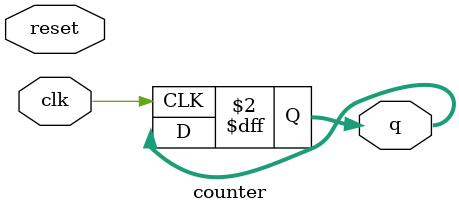
<source format=v>
module counter( 
    input clk,
    input reset,
    output reg [3:0] q
); 
// update q on the positive edge of the clock according to the following cases:
// on reset, assign q to 1
// else if q is 12, assign q to 1
// else, increment q by 1 
always@(posedge clk)
  q[3:0] <= q[3:0]; 
endmodule

</source>
